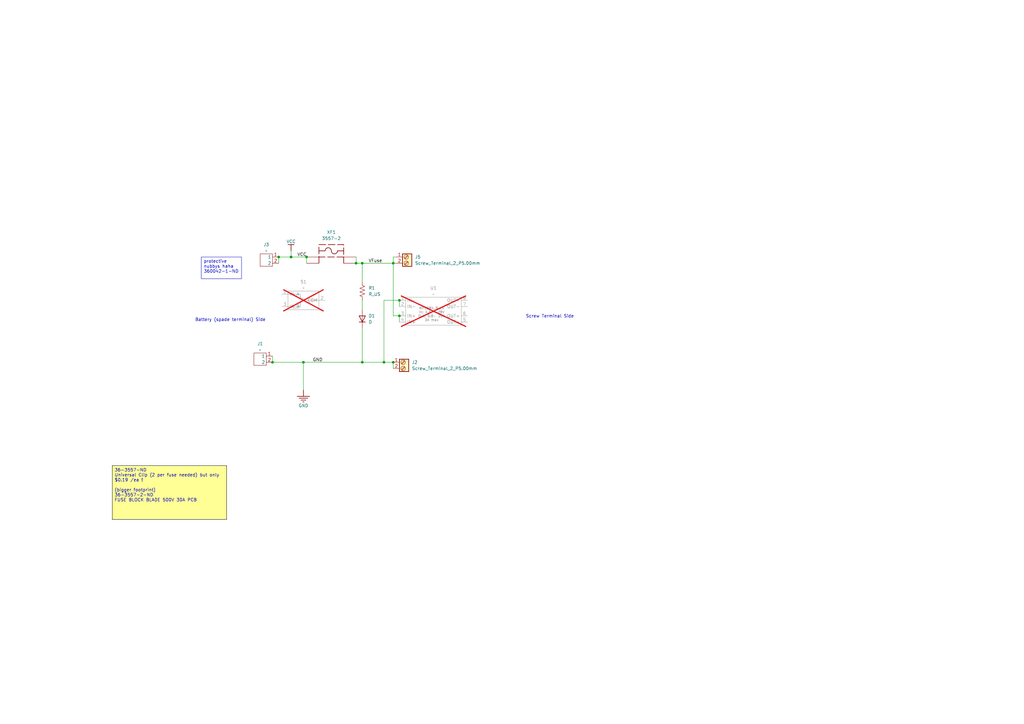
<source format=kicad_sch>
(kicad_sch
	(version 20231120)
	(generator "eeschema")
	(generator_version "8.0")
	(uuid "a34e5041-e103-4037-9cb0-cd20f494b8f3")
	(paper "A3")
	(lib_symbols
		(symbol "Device:D"
			(pin_numbers hide)
			(pin_names
				(offset 1.016) hide)
			(exclude_from_sim no)
			(in_bom yes)
			(on_board yes)
			(property "Reference" "D"
				(at 0 2.54 0)
				(effects
					(font
						(size 1.27 1.27)
					)
				)
			)
			(property "Value" "D"
				(at 0 -2.54 0)
				(effects
					(font
						(size 1.27 1.27)
					)
				)
			)
			(property "Footprint" ""
				(at 0 0 0)
				(effects
					(font
						(size 1.27 1.27)
					)
					(hide yes)
				)
			)
			(property "Datasheet" "~"
				(at 0 0 0)
				(effects
					(font
						(size 1.27 1.27)
					)
					(hide yes)
				)
			)
			(property "Description" "Diode"
				(at 0 0 0)
				(effects
					(font
						(size 1.27 1.27)
					)
					(hide yes)
				)
			)
			(property "Sim.Device" "D"
				(at 0 0 0)
				(effects
					(font
						(size 1.27 1.27)
					)
					(hide yes)
				)
			)
			(property "Sim.Pins" "1=K 2=A"
				(at 0 0 0)
				(effects
					(font
						(size 1.27 1.27)
					)
					(hide yes)
				)
			)
			(property "ki_keywords" "diode"
				(at 0 0 0)
				(effects
					(font
						(size 1.27 1.27)
					)
					(hide yes)
				)
			)
			(property "ki_fp_filters" "TO-???* *_Diode_* *SingleDiode* D_*"
				(at 0 0 0)
				(effects
					(font
						(size 1.27 1.27)
					)
					(hide yes)
				)
			)
			(symbol "D_0_1"
				(polyline
					(pts
						(xy -1.27 1.27) (xy -1.27 -1.27)
					)
					(stroke
						(width 0.254)
						(type default)
					)
					(fill
						(type none)
					)
				)
				(polyline
					(pts
						(xy 1.27 0) (xy -1.27 0)
					)
					(stroke
						(width 0)
						(type default)
					)
					(fill
						(type none)
					)
				)
				(polyline
					(pts
						(xy 1.27 1.27) (xy 1.27 -1.27) (xy -1.27 0) (xy 1.27 1.27)
					)
					(stroke
						(width 0.254)
						(type default)
					)
					(fill
						(type none)
					)
				)
			)
			(symbol "D_1_1"
				(pin passive line
					(at -3.81 0 0)
					(length 2.54)
					(name "K"
						(effects
							(font
								(size 1.27 1.27)
							)
						)
					)
					(number "1"
						(effects
							(font
								(size 1.27 1.27)
							)
						)
					)
				)
				(pin passive line
					(at 3.81 0 180)
					(length 2.54)
					(name "A"
						(effects
							(font
								(size 1.27 1.27)
							)
						)
					)
					(number "2"
						(effects
							(font
								(size 1.27 1.27)
							)
						)
					)
				)
			)
		)
		(symbol "Device:R_US"
			(pin_numbers hide)
			(pin_names
				(offset 0)
			)
			(exclude_from_sim no)
			(in_bom yes)
			(on_board yes)
			(property "Reference" "R"
				(at 2.54 0 90)
				(effects
					(font
						(size 1.27 1.27)
					)
				)
			)
			(property "Value" "R_US"
				(at -2.54 0 90)
				(effects
					(font
						(size 1.27 1.27)
					)
				)
			)
			(property "Footprint" ""
				(at 1.016 -0.254 90)
				(effects
					(font
						(size 1.27 1.27)
					)
					(hide yes)
				)
			)
			(property "Datasheet" "~"
				(at 0 0 0)
				(effects
					(font
						(size 1.27 1.27)
					)
					(hide yes)
				)
			)
			(property "Description" "Resistor, US symbol"
				(at 0 0 0)
				(effects
					(font
						(size 1.27 1.27)
					)
					(hide yes)
				)
			)
			(property "ki_keywords" "R res resistor"
				(at 0 0 0)
				(effects
					(font
						(size 1.27 1.27)
					)
					(hide yes)
				)
			)
			(property "ki_fp_filters" "R_*"
				(at 0 0 0)
				(effects
					(font
						(size 1.27 1.27)
					)
					(hide yes)
				)
			)
			(symbol "R_US_0_1"
				(polyline
					(pts
						(xy 0 -2.286) (xy 0 -2.54)
					)
					(stroke
						(width 0)
						(type default)
					)
					(fill
						(type none)
					)
				)
				(polyline
					(pts
						(xy 0 2.286) (xy 0 2.54)
					)
					(stroke
						(width 0)
						(type default)
					)
					(fill
						(type none)
					)
				)
				(polyline
					(pts
						(xy 0 -0.762) (xy 1.016 -1.143) (xy 0 -1.524) (xy -1.016 -1.905) (xy 0 -2.286)
					)
					(stroke
						(width 0)
						(type default)
					)
					(fill
						(type none)
					)
				)
				(polyline
					(pts
						(xy 0 0.762) (xy 1.016 0.381) (xy 0 0) (xy -1.016 -0.381) (xy 0 -0.762)
					)
					(stroke
						(width 0)
						(type default)
					)
					(fill
						(type none)
					)
				)
				(polyline
					(pts
						(xy 0 2.286) (xy 1.016 1.905) (xy 0 1.524) (xy -1.016 1.143) (xy 0 0.762)
					)
					(stroke
						(width 0)
						(type default)
					)
					(fill
						(type none)
					)
				)
			)
			(symbol "R_US_1_1"
				(pin passive line
					(at 0 3.81 270)
					(length 1.27)
					(name "~"
						(effects
							(font
								(size 1.27 1.27)
							)
						)
					)
					(number "1"
						(effects
							(font
								(size 1.27 1.27)
							)
						)
					)
				)
				(pin passive line
					(at 0 -3.81 90)
					(length 1.27)
					(name "~"
						(effects
							(font
								(size 1.27 1.27)
							)
						)
					)
					(number "2"
						(effects
							(font
								(size 1.27 1.27)
							)
						)
					)
				)
			)
		)
		(symbol "M18 PCB clip-altium-import:GND_POWER_GROUND"
			(power)
			(exclude_from_sim no)
			(in_bom yes)
			(on_board yes)
			(property "Reference" "#PWR"
				(at 0 0 0)
				(effects
					(font
						(size 1.27 1.27)
					)
				)
			)
			(property "Value" "GND"
				(at 0 6.35 0)
				(effects
					(font
						(size 1.27 1.27)
					)
				)
			)
			(property "Footprint" ""
				(at 0 0 0)
				(effects
					(font
						(size 1.27 1.27)
					)
					(hide yes)
				)
			)
			(property "Datasheet" ""
				(at 0 0 0)
				(effects
					(font
						(size 1.27 1.27)
					)
					(hide yes)
				)
			)
			(property "Description" "Power symbol creates a global label with name 'GND'"
				(at 0 0 0)
				(effects
					(font
						(size 1.27 1.27)
					)
					(hide yes)
				)
			)
			(property "ki_keywords" "power-flag"
				(at 0 0 0)
				(effects
					(font
						(size 1.27 1.27)
					)
					(hide yes)
				)
			)
			(symbol "GND_POWER_GROUND_0_0"
				(polyline
					(pts
						(xy -2.54 -2.54) (xy 2.54 -2.54)
					)
					(stroke
						(width 0.254)
						(type solid)
					)
					(fill
						(type none)
					)
				)
				(polyline
					(pts
						(xy -1.778 -3.302) (xy 1.778 -3.302)
					)
					(stroke
						(width 0.254)
						(type solid)
					)
					(fill
						(type none)
					)
				)
				(polyline
					(pts
						(xy -1.016 -4.064) (xy 1.016 -4.064)
					)
					(stroke
						(width 0.254)
						(type solid)
					)
					(fill
						(type none)
					)
				)
				(polyline
					(pts
						(xy -0.254 -4.826) (xy 0.254 -4.826)
					)
					(stroke
						(width 0.254)
						(type solid)
					)
					(fill
						(type none)
					)
				)
				(polyline
					(pts
						(xy 0 0) (xy 0 -2.54)
					)
					(stroke
						(width 0.254)
						(type solid)
					)
					(fill
						(type none)
					)
				)
				(pin power_in line
					(at 0 0 0)
					(length 0) hide
					(name "GND"
						(effects
							(font
								(size 1.27 1.27)
							)
						)
					)
					(number ""
						(effects
							(font
								(size 1.27 1.27)
							)
						)
					)
				)
			)
		)
		(symbol "M18 PCB clip-altium-import:VCC_BAR"
			(power)
			(exclude_from_sim no)
			(in_bom yes)
			(on_board yes)
			(property "Reference" "#PWR"
				(at 0 0 0)
				(effects
					(font
						(size 1.27 1.27)
					)
				)
			)
			(property "Value" "VCC"
				(at 0 3.81 0)
				(effects
					(font
						(size 1.27 1.27)
					)
				)
			)
			(property "Footprint" ""
				(at 0 0 0)
				(effects
					(font
						(size 1.27 1.27)
					)
					(hide yes)
				)
			)
			(property "Datasheet" ""
				(at 0 0 0)
				(effects
					(font
						(size 1.27 1.27)
					)
					(hide yes)
				)
			)
			(property "Description" "Power symbol creates a global label with name 'VCC'"
				(at 0 0 0)
				(effects
					(font
						(size 1.27 1.27)
					)
					(hide yes)
				)
			)
			(property "ki_keywords" "power-flag"
				(at 0 0 0)
				(effects
					(font
						(size 1.27 1.27)
					)
					(hide yes)
				)
			)
			(symbol "VCC_BAR_0_0"
				(polyline
					(pts
						(xy -1.27 -2.54) (xy 1.27 -2.54)
					)
					(stroke
						(width 0.254)
						(type solid)
					)
					(fill
						(type none)
					)
				)
				(polyline
					(pts
						(xy 0 0) (xy 0 -2.54)
					)
					(stroke
						(width 0.254)
						(type solid)
					)
					(fill
						(type none)
					)
				)
				(pin power_in line
					(at 0 0 0)
					(length 0) hide
					(name "VCC"
						(effects
							(font
								(size 1.27 1.27)
							)
						)
					)
					(number ""
						(effects
							(font
								(size 1.27 1.27)
							)
						)
					)
				)
			)
		)
		(symbol "PCM_SL_Screw_Terminal:Screw_Terminal_2_P5.00mm"
			(exclude_from_sim no)
			(in_bom yes)
			(on_board yes)
			(property "Reference" "J"
				(at 0 3.81 0)
				(effects
					(font
						(size 1.27 1.27)
					)
				)
			)
			(property "Value" "Screw_Terminal_2_P5.00mm"
				(at 0 -3.81 0)
				(effects
					(font
						(size 1.27 1.27)
					)
				)
			)
			(property "Footprint" "TerminalBlock_Phoenix:TerminalBlock_Phoenix_PT-1,5-2-5.0-H_1x02_P5.00mm_Horizontal"
				(at 1.27 -6.35 0)
				(effects
					(font
						(size 1.27 1.27)
					)
					(hide yes)
				)
			)
			(property "Datasheet" ""
				(at 0 0 0)
				(effects
					(font
						(size 1.27 1.27)
					)
					(hide yes)
				)
			)
			(property "Description" ""
				(at 0 0 0)
				(effects
					(font
						(size 1.27 1.27)
					)
					(hide yes)
				)
			)
			(property "ki_keywords" "Screw Terminal"
				(at 0 0 0)
				(effects
					(font
						(size 1.27 1.27)
					)
					(hide yes)
				)
			)
			(symbol "Screw_Terminal_2_P5.00mm_0_1"
				(rectangle
					(start -1.27 2.54)
					(end 2.54 -2.54)
					(stroke
						(width 0.3)
						(type default)
					)
					(fill
						(type background)
					)
				)
				(polyline
					(pts
						(xy -0.254 -2.032) (xy 1.016 -0.762)
					)
					(stroke
						(width 0)
						(type default)
					)
					(fill
						(type none)
					)
				)
				(polyline
					(pts
						(xy -0.254 0.508) (xy 1.016 1.778)
					)
					(stroke
						(width 0)
						(type default)
					)
					(fill
						(type none)
					)
				)
				(polyline
					(pts
						(xy 0 -1.27) (xy -0.508 -1.778) (xy 0.762 -0.508)
					)
					(stroke
						(width 0)
						(type default)
					)
					(fill
						(type none)
					)
				)
				(polyline
					(pts
						(xy 0 1.27) (xy -0.508 0.762) (xy 0.762 2.032)
					)
					(stroke
						(width 0)
						(type default)
					)
					(fill
						(type none)
					)
				)
				(circle
					(center 0.254 -1.27)
					(radius 0.9158)
					(stroke
						(width 0)
						(type default)
					)
					(fill
						(type none)
					)
				)
				(circle
					(center 0.254 1.27)
					(radius 0.9158)
					(stroke
						(width 0)
						(type default)
					)
					(fill
						(type none)
					)
				)
			)
			(symbol "Screw_Terminal_2_P5.00mm_1_1"
				(pin passive line
					(at -3.81 1.27 0)
					(length 2.54)
					(name ""
						(effects
							(font
								(size 1.27 1.27)
							)
						)
					)
					(number "1"
						(effects
							(font
								(size 1.27 1.27)
							)
						)
					)
				)
				(pin passive line
					(at -3.81 -1.27 0)
					(length 2.54)
					(name ""
						(effects
							(font
								(size 1.27 1.27)
							)
						)
					)
					(number "2"
						(effects
							(font
								(size 1.27 1.27)
							)
						)
					)
				)
			)
		)
		(symbol "Ryan_Custom_Modules:CONN_QC_TAB_0.250_SOLDER"
			(exclude_from_sim no)
			(in_bom yes)
			(on_board yes)
			(property "Reference" "J?"
				(at 0 0 0)
				(effects
					(font
						(size 1.27 1.27)
					)
				)
			)
			(property "Value" ""
				(at 0 0 0)
				(effects
					(font
						(size 1.27 1.27)
					)
				)
			)
			(property "Footprint" ""
				(at 0 0 0)
				(effects
					(font
						(size 1.27 1.27)
					)
					(hide yes)
				)
			)
			(property "Datasheet" ""
				(at 0 0 0)
				(effects
					(font
						(size 1.27 1.27)
					)
					(hide yes)
				)
			)
			(property "Description" ""
				(at 0 0 0)
				(effects
					(font
						(size 1.27 1.27)
					)
					(hide yes)
				)
			)
			(symbol "CONN_QC_TAB_0.250_SOLDER_0_1"
				(rectangle
					(start -2.54 2.54)
					(end 2.54 -2.54)
					(stroke
						(width 0)
						(type default)
					)
					(fill
						(type none)
					)
				)
			)
			(symbol "CONN_QC_TAB_0.250_SOLDER_1_1"
				(pin power_in line
					(at -5.08 1.27 0)
					(length 2.54)
					(name "1"
						(effects
							(font
								(size 1.27 1.27)
							)
						)
					)
					(number "1"
						(effects
							(font
								(size 1.27 1.27)
							)
						)
					)
				)
				(pin power_in line
					(at -5.08 -1.27 0)
					(length 2.54)
					(name "2"
						(effects
							(font
								(size 1.27 1.27)
							)
						)
					)
					(number "2"
						(effects
							(font
								(size 1.27 1.27)
							)
						)
					)
				)
			)
		)
		(symbol "Ryan_Custom_Modules:FUSE_CLIP_BLADE_500V_30A_PCB"
			(exclude_from_sim no)
			(in_bom yes)
			(on_board yes)
			(property "Reference" "XF1"
				(at -0.254 0.254 0)
				(effects
					(font
						(size 1.27 1.27)
					)
					(justify left bottom)
				)
			)
			(property "Value" "3557-2"
				(at -0.254 -10.922 0)
				(effects
					(font
						(size 1.27 1.27)
					)
					(justify left bottom)
				)
			)
			(property "Footprint" "KSTN-3557-2"
				(at 16.764 -11.938 0)
				(effects
					(font
						(size 1.27 1.27)
					)
					(hide yes)
				)
			)
			(property "Datasheet" ""
				(at 0 0 0)
				(effects
					(font
						(size 1.27 1.27)
					)
					(hide yes)
				)
			)
			(property "Description" "FUSE HOLDER, PCB MOUNT, 500VAC, 20A, ROHS"
				(at 2.032 -14.224 0)
				(effects
					(font
						(size 1.27 1.27)
					)
					(hide yes)
				)
			)
			(property "NUMBER OF CIRCUITS" "1"
				(at -5.588 148.082 0)
				(effects
					(font
						(size 1.27 1.27)
					)
					(justify left bottom)
					(hide yes)
				)
			)
			(property "DATASHEET URL" "http://datasheet.octopart.com/3557-2-Keystone-datasheet-15715937.pdf"
				(at -5.588 148.082 0)
				(effects
					(font
						(size 1.27 1.27)
					)
					(justify left bottom)
					(hide yes)
				)
			)
			(property "VOLTAGE" "500V"
				(at -5.588 148.082 0)
				(effects
					(font
						(size 1.27 1.27)
					)
					(justify left bottom)
					(hide yes)
				)
			)
			(property "ORIENTATION" "Vertical"
				(at -5.588 148.082 0)
				(effects
					(font
						(size 1.27 1.27)
					)
					(justify left bottom)
					(hide yes)
				)
			)
			(property "FAMILY" "Fuseholders"
				(at -5.588 148.082 0)
				(effects
					(font
						(size 1.27 1.27)
					)
					(justify left bottom)
					(hide yes)
				)
			)
			(property "DATASHEET VERSION" "Apr-13"
				(at -5.588 148.082 0)
				(effects
					(font
						(size 1.27 1.27)
					)
					(justify left bottom)
					(hide yes)
				)
			)
			(property "CONTACT FINISH" "TinNickel"
				(at -5.588 148.082 0)
				(effects
					(font
						(size 1.27 1.27)
					)
					(justify left bottom)
					(hide yes)
				)
			)
			(property "FUSEHOLDER TYPE" "Block"
				(at -5.588 148.082 0)
				(effects
					(font
						(size 1.27 1.27)
					)
					(justify left bottom)
					(hide yes)
				)
			)
			(property "FUSE TYPE" "Blade"
				(at -5.588 148.082 0)
				(effects
					(font
						(size 1.27 1.27)
					)
					(justify left bottom)
					(hide yes)
				)
			)
			(property "MOUNTING TYPE" "PCB"
				(at -5.588 148.082 0)
				(effects
					(font
						(size 1.27 1.27)
					)
					(justify left bottom)
					(hide yes)
				)
			)
			(property "FUSE SIZE" "0.43\"Lx0.15\"Wx0.64\"H(10.92mmx3.81mmx16.25mm)"
				(at -5.588 148.082 0)
				(effects
					(font
						(size 1.27 1.27)
					)
					(justify left bottom)
					(hide yes)
				)
			)
			(property "SERIES" "-"
				(at -5.588 148.082 0)
				(effects
					(font
						(size 1.27 1.27)
					)
					(justify left bottom)
					(hide yes)
				)
			)
			(property "CATEGORY" "CircuitProtection"
				(at -5.588 148.082 0)
				(effects
					(font
						(size 1.27 1.27)
					)
					(justify left bottom)
					(hide yes)
				)
			)
			(property "TERMINATION STYLE" "PCPin"
				(at -5.588 148.082 0)
				(effects
					(font
						(size 1.27 1.27)
					)
					(justify left bottom)
					(hide yes)
				)
			)
			(property "FOR USE WITH/RELATED PRODUCTS" "ATC,ATO257,MINI897"
				(at -5.588 148.082 0)
				(effects
					(font
						(size 1.27 1.27)
					)
					(justify left bottom)
					(hide yes)
				)
			)
			(property "MANUFACTURER" "Keystone-Electronics"
				(at -5.588 148.082 0)
				(effects
					(font
						(size 1.27 1.27)
					)
					(justify left bottom)
					(hide yes)
				)
			)
			(property "CONTACT MATERIAL" "Brass"
				(at -5.588 148.082 0)
				(effects
					(font
						(size 1.27 1.27)
					)
					(justify left bottom)
					(hide yes)
				)
			)
			(property "CURRENT RATING" "30A"
				(at -5.588 148.082 0)
				(effects
					(font
						(size 1.27 1.27)
					)
					(justify left bottom)
					(hide yes)
				)
			)
			(property "MANUFACTURER URL" "http://www.keyelco.com/"
				(at -5.588 148.082 0)
				(effects
					(font
						(size 1.27 1.27)
					)
					(justify left bottom)
					(hide yes)
				)
			)
			(property "ki_fp_filters" "*KSTN-3557-2*"
				(at 0 0 0)
				(effects
					(font
						(size 1.27 1.27)
					)
					(hide yes)
				)
			)
			(symbol "FUSE_CLIP_BLADE_500V_30A_PCB_1_0"
				(polyline
					(pts
						(xy 0 -5.08) (xy 0 -7.62)
					)
					(stroke
						(width 0.254)
						(type solid)
					)
					(fill
						(type none)
					)
				)
				(polyline
					(pts
						(xy 2.54 -2.54) (xy 0 -2.54)
					)
					(stroke
						(width 0.254)
						(type solid)
					)
					(fill
						(type none)
					)
				)
				(polyline
					(pts
						(xy 7.62 -2.54) (xy 10.16 -2.54)
					)
					(stroke
						(width 0.254)
						(type solid)
					)
					(fill
						(type none)
					)
				)
				(polyline
					(pts
						(xy 10.16 -5.08) (xy 10.16 -7.62)
					)
					(stroke
						(width 0.254)
						(type solid)
					)
					(fill
						(type none)
					)
				)
				(polyline
					(pts
						(xy 0 0) (xy 10.16 0) (xy 10.16 -5.08) (xy 0 -5.08) (xy 0 0)
					)
					(stroke
						(width 0.254)
						(type dash)
					)
					(fill
						(type none)
					)
				)
				(arc
					(start 5.08 -2.54)
					(mid 3.81 -1.27)
					(end 2.54 -2.54)
					(stroke
						(width 0.254)
						(type solid)
					)
					(fill
						(type none)
					)
				)
				(arc
					(start 5.08 -2.54)
					(mid 6.35 -3.81)
					(end 7.62 -2.54)
					(stroke
						(width 0.254)
						(type solid)
					)
					(fill
						(type none)
					)
				)
				(pin power_in line
					(at -5.08 -5.08 0)
					(length 5.08)
					(name "1"
						(effects
							(font
								(size 0 0)
							)
						)
					)
					(number "1"
						(effects
							(font
								(size 0 0)
							)
						)
					)
				)
				(pin power_in line
					(at -5.08 -7.62 0)
					(length 5.08)
					(name "2"
						(effects
							(font
								(size 0 0)
							)
						)
					)
					(number "2"
						(effects
							(font
								(size 0 0)
							)
						)
					)
				)
				(pin power_out line
					(at 15.24 -5.08 180)
					(length 5.08)
					(name "3"
						(effects
							(font
								(size 0 0)
							)
						)
					)
					(number "3"
						(effects
							(font
								(size 0 0)
							)
						)
					)
				)
				(pin power_out line
					(at 15.24 -7.62 180)
					(length 5.08)
					(name "4"
						(effects
							(font
								(size 0 0)
							)
						)
					)
					(number "4"
						(effects
							(font
								(size 0 0)
							)
						)
					)
				)
			)
		)
		(symbol "Ryan_Custom_Modules:MP1584_Buck"
			(exclude_from_sim no)
			(in_bom yes)
			(on_board yes)
			(property "Reference" "U?"
				(at 0 3.302 0)
				(effects
					(font
						(size 1.27 1.27)
					)
				)
			)
			(property "Value" ""
				(at 0 0 0)
				(effects
					(font
						(size 1.27 1.27)
					)
				)
			)
			(property "Footprint" ""
				(at 0 0 0)
				(effects
					(font
						(size 1.27 1.27)
					)
					(hide yes)
				)
			)
			(property "Datasheet" ""
				(at 0 0 0)
				(effects
					(font
						(size 1.27 1.27)
					)
					(hide yes)
				)
			)
			(property "Description" ""
				(at 0 0 0)
				(effects
					(font
						(size 1.27 1.27)
					)
					(hide yes)
				)
			)
			(symbol "MP1584_Buck_0_1"
				(rectangle
					(start -11.43 5.08)
					(end 11.43 -6.35)
					(stroke
						(width 0)
						(type default)
					)
					(fill
						(type none)
					)
				)
			)
			(symbol "MP1584_Buck_1_1"
				(text "MP1584_Buck\nIn: 4.5 - 28V\nOut: 0.8- 20V\n3A max"
					(at -0.762 -1.778 0)
					(effects
						(font
							(size 1 1)
						)
					)
				)
				(pin power_in line
					(at -13.97 3.81 0)
					(length 2.54)
					(name "IN-"
						(effects
							(font
								(size 1.27 1.27)
							)
						)
					)
					(number "1"
						(effects
							(font
								(size 1.27 1.27)
							)
						)
					)
				)
				(pin power_in line
					(at -13.97 1.27 0)
					(length 2.54)
					(name "IN-"
						(effects
							(font
								(size 1.27 1.27)
							)
						)
					)
					(number "2"
						(effects
							(font
								(size 1.27 1.27)
							)
						)
					)
				)
				(pin power_in line
					(at -13.97 -2.54 0)
					(length 2.54)
					(name "IN+"
						(effects
							(font
								(size 1.27 1.27)
							)
						)
					)
					(number "3"
						(effects
							(font
								(size 1.27 1.27)
							)
						)
					)
				)
				(pin power_in line
					(at -13.97 -5.08 0)
					(length 2.54)
					(name "IN+"
						(effects
							(font
								(size 1.27 1.27)
							)
						)
					)
					(number "4"
						(effects
							(font
								(size 1.27 1.27)
							)
						)
					)
				)
				(pin power_out line
					(at 13.97 -5.08 180)
					(length 2.54)
					(name "OUT+"
						(effects
							(font
								(size 1.27 1.27)
							)
						)
					)
					(number "5"
						(effects
							(font
								(size 1.27 1.27)
							)
						)
					)
				)
				(pin power_out line
					(at 13.97 -2.54 180)
					(length 2.54)
					(name "OUT+"
						(effects
							(font
								(size 1.27 1.27)
							)
						)
					)
					(number "6"
						(effects
							(font
								(size 1.27 1.27)
							)
						)
					)
				)
				(pin power_out line
					(at 13.97 1.27 180)
					(length 2.54)
					(name "OUT-"
						(effects
							(font
								(size 1.27 1.27)
							)
						)
					)
					(number "7"
						(effects
							(font
								(size 1.27 1.27)
							)
						)
					)
				)
				(pin power_out line
					(at 13.97 3.81 180)
					(length 2.54)
					(name "OUT-"
						(effects
							(font
								(size 1.27 1.27)
							)
						)
					)
					(number "8"
						(effects
							(font
								(size 1.27 1.27)
							)
						)
					)
				)
			)
		)
		(symbol "Ryan_Custom_Modules:SPDT_ Rocker_Switch"
			(exclude_from_sim no)
			(in_bom yes)
			(on_board yes)
			(property "Reference" "S?"
				(at 4.826 4.826 0)
				(effects
					(font
						(size 1.27 1.27)
					)
				)
			)
			(property "Value" ""
				(at -3.81 1.27 0)
				(effects
					(font
						(size 1.27 1.27)
					)
				)
			)
			(property "Footprint" ""
				(at -3.81 1.27 0)
				(effects
					(font
						(size 1.27 1.27)
					)
					(hide yes)
				)
			)
			(property "Datasheet" ""
				(at -3.81 1.27 0)
				(effects
					(font
						(size 1.27 1.27)
					)
					(hide yes)
				)
			)
			(property "Description" ""
				(at -3.81 1.27 0)
				(effects
					(font
						(size 1.27 1.27)
					)
					(hide yes)
				)
			)
			(symbol "SPDT_ Rocker_Switch_0_1"
				(rectangle
					(start -6.35 3.81)
					(end 6.35 -3.81)
					(stroke
						(width 0)
						(type default)
					)
					(fill
						(type none)
					)
				)
				(circle
					(center -1.27 -1.27)
					(radius 0.1016)
					(stroke
						(width 0)
						(type default)
					)
					(fill
						(type none)
					)
				)
				(circle
					(center -1.27 1.27)
					(radius 0.1016)
					(stroke
						(width 0)
						(type default)
					)
					(fill
						(type none)
					)
				)
				(polyline
					(pts
						(xy -1.27 -1.27) (xy -1.27 -2.54) (xy -6.35 -2.54)
					)
					(stroke
						(width 0)
						(type default)
					)
					(fill
						(type none)
					)
				)
				(polyline
					(pts
						(xy -1.27 1.27) (xy 1.27 0) (xy 6.35 0)
					)
					(stroke
						(width 0)
						(type default)
					)
					(fill
						(type none)
					)
				)
				(polyline
					(pts
						(xy -1.27 1.27) (xy -1.27 1.27) (xy -1.27 2.54) (xy -6.35 2.54)
					)
					(stroke
						(width 0)
						(type default)
					)
					(fill
						(type none)
					)
				)
			)
			(symbol "SPDT_ Rocker_Switch_1_1"
				(pin bidirectional line
					(at -8.89 2.54 0)
					(length 2.54)
					(name "IN_A"
						(effects
							(font
								(size 1.27 1.27)
							)
						)
					)
					(number "1"
						(effects
							(font
								(size 1.27 1.27)
							)
						)
					)
				)
				(pin bidirectional line
					(at 8.89 0 180)
					(length 2.54)
					(name "COM"
						(effects
							(font
								(size 1.27 1.27)
							)
						)
					)
					(number "2"
						(effects
							(font
								(size 1.27 1.27)
							)
						)
					)
				)
				(pin bidirectional line
					(at -8.89 -2.54 0)
					(length 2.54)
					(name "IN_B"
						(effects
							(font
								(size 1.27 1.27)
							)
						)
					)
					(number "3"
						(effects
							(font
								(size 1.27 1.27)
							)
						)
					)
				)
			)
		)
	)
	(junction
		(at 114.3 105.41)
		(diameter 0)
		(color 0 0 0 0)
		(uuid "50a7d771-9904-4406-9fdf-29dc3db384b8")
	)
	(junction
		(at 148.59 148.59)
		(diameter 0)
		(color 0 0 0 0)
		(uuid "5c8bb19f-c1cd-4407-8f32-b1ae34e1f3f8")
	)
	(junction
		(at 124.46 148.59)
		(diameter 0)
		(color 0 0 0 0)
		(uuid "5c9665da-0390-4529-a2c5-23b03b2226a0")
	)
	(junction
		(at 163.83 129.54)
		(diameter 0)
		(color 0 0 0 0)
		(uuid "64d6b6cb-a03b-4721-a66e-96310372901c")
	)
	(junction
		(at 111.76 148.59)
		(diameter 0)
		(color 0 0 0 0)
		(uuid "6b679066-ee6f-4757-9b21-cc50b0f499b6")
	)
	(junction
		(at 148.59 107.95)
		(diameter 0)
		(color 0 0 0 0)
		(uuid "739ff8ac-5f00-43c7-abdf-aa765a2282e4")
	)
	(junction
		(at 163.83 123.19)
		(diameter 0)
		(color 0 0 0 0)
		(uuid "8a7a3748-47ed-4694-93c0-0e9e1c560e1e")
	)
	(junction
		(at 125.73 105.41)
		(diameter 0)
		(color 0 0 0 0)
		(uuid "8e8a7615-d7f5-47f7-8c80-81ff9c0624ac")
	)
	(junction
		(at 157.48 148.59)
		(diameter 0)
		(color 0 0 0 0)
		(uuid "9b076e1e-e221-4b71-9232-42984e88ce80")
	)
	(junction
		(at 161.29 148.59)
		(diameter 0)
		(color 0 0 0 0)
		(uuid "a2d98048-6ab7-4abc-95ec-f3ce2504fca7")
	)
	(junction
		(at 119.38 105.41)
		(diameter 0)
		(color 0 0 0 0)
		(uuid "ab62f701-5beb-4b69-8eab-61e347f77924")
	)
	(junction
		(at 161.29 107.95)
		(diameter 0)
		(color 0 0 0 0)
		(uuid "dc6a61cc-0bdd-40c4-8021-819f25f9bd61")
	)
	(junction
		(at 146.05 107.95)
		(diameter 0)
		(color 0 0 0 0)
		(uuid "e614a16e-3ec3-43c6-9c4e-9a2ba79511a4")
	)
	(wire
		(pts
			(xy 146.05 105.41) (xy 146.05 107.95)
		)
		(stroke
			(width 0)
			(type default)
		)
		(uuid "015956c8-09bf-4784-a070-bf96366994c5")
	)
	(wire
		(pts
			(xy 111.76 146.05) (xy 111.76 148.59)
		)
		(stroke
			(width 0)
			(type default)
		)
		(uuid "06fb4208-6af2-4a2a-af24-31fc821dfb9c")
	)
	(wire
		(pts
			(xy 125.73 105.41) (xy 125.73 107.95)
		)
		(stroke
			(width 0)
			(type default)
		)
		(uuid "0fd8a813-a38f-4727-ada0-9d6e30bc081a")
	)
	(wire
		(pts
			(xy 146.05 107.95) (xy 148.59 107.95)
		)
		(stroke
			(width 0)
			(type default)
		)
		(uuid "17bbc459-9897-4fb7-95ea-a6d475b2e268")
	)
	(wire
		(pts
			(xy 148.59 134.62) (xy 148.59 148.59)
		)
		(stroke
			(width 0)
			(type default)
		)
		(uuid "183c0c9f-80d9-4904-bc95-61f15383f61d")
	)
	(wire
		(pts
			(xy 111.76 148.59) (xy 124.46 148.59)
		)
		(stroke
			(width 0)
			(type default)
		)
		(uuid "1b31cf3d-573e-4dae-a34b-ff9e68e86c38")
	)
	(wire
		(pts
			(xy 163.83 123.19) (xy 157.48 123.19)
		)
		(stroke
			(width 0)
			(type default)
		)
		(uuid "24d670a2-50e1-4c88-a395-32fa9b941422")
	)
	(wire
		(pts
			(xy 119.38 102.87) (xy 119.38 105.41)
		)
		(stroke
			(width 0)
			(type default)
		)
		(uuid "2bde5b30-bacf-456d-ba49-026dd3711e77")
	)
	(wire
		(pts
			(xy 157.48 123.19) (xy 157.48 148.59)
		)
		(stroke
			(width 0)
			(type default)
		)
		(uuid "41da97ca-5cc6-4eff-82b7-1a4430307a87")
	)
	(wire
		(pts
			(xy 161.29 148.59) (xy 161.29 151.13)
		)
		(stroke
			(width 0)
			(type default)
		)
		(uuid "4321f665-6db8-427e-88b8-7578d3f8612e")
	)
	(wire
		(pts
			(xy 148.59 115.57) (xy 148.59 107.95)
		)
		(stroke
			(width 0)
			(type default)
		)
		(uuid "44f9b492-f154-4ae7-8f47-43e44eacfe73")
	)
	(wire
		(pts
			(xy 114.3 105.41) (xy 114.3 107.95)
		)
		(stroke
			(width 0)
			(type default)
		)
		(uuid "6c9ce157-01fa-45a1-bbbc-2a7f34aeb1f9")
	)
	(wire
		(pts
			(xy 148.59 123.19) (xy 148.59 127)
		)
		(stroke
			(width 0)
			(type default)
		)
		(uuid "703ca895-f277-4667-9cd1-850c4461216e")
	)
	(wire
		(pts
			(xy 161.29 105.41) (xy 161.29 107.95)
		)
		(stroke
			(width 0)
			(type default)
		)
		(uuid "77a0c6ef-0b3c-45b0-a85c-a4f2f2b521fa")
	)
	(wire
		(pts
			(xy 119.38 105.41) (xy 114.3 105.41)
		)
		(stroke
			(width 0)
			(type default)
		)
		(uuid "79cdbc5d-21b8-4e20-b966-8d541ba5f79e")
	)
	(wire
		(pts
			(xy 148.59 107.95) (xy 161.29 107.95)
		)
		(stroke
			(width 0)
			(type default)
		)
		(uuid "8d8d4961-3997-4a37-bade-5d157e69791d")
	)
	(wire
		(pts
			(xy 124.46 148.59) (xy 124.46 160.02)
		)
		(stroke
			(width 0)
			(type default)
		)
		(uuid "901fe425-29e6-4458-bac3-6a36f7b963f5")
	)
	(wire
		(pts
			(xy 162.56 107.95) (xy 161.29 107.95)
		)
		(stroke
			(width 0)
			(type default)
		)
		(uuid "96e7c44f-82f1-4ff4-9f68-1a4aa1ba70c6")
	)
	(wire
		(pts
			(xy 124.46 148.59) (xy 148.59 148.59)
		)
		(stroke
			(width 0)
			(type default)
		)
		(uuid "b2f15054-125a-416f-aeaf-1e66a2cbae71")
	)
	(wire
		(pts
			(xy 157.48 148.59) (xy 161.29 148.59)
		)
		(stroke
			(width 0)
			(type default)
		)
		(uuid "b593be00-4c07-4773-b565-b70a43302350")
	)
	(wire
		(pts
			(xy 163.83 123.19) (xy 163.83 125.73)
		)
		(stroke
			(width 0)
			(type default)
		)
		(uuid "c20da0f2-e891-4749-8b35-53ab90210667")
	)
	(wire
		(pts
			(xy 161.29 107.95) (xy 161.29 129.54)
		)
		(stroke
			(width 0)
			(type default)
		)
		(uuid "cbe63408-45e0-462a-8617-4f216e568ac9")
	)
	(wire
		(pts
			(xy 161.29 129.54) (xy 163.83 129.54)
		)
		(stroke
			(width 0)
			(type default)
		)
		(uuid "dbd57fd6-095f-4a03-85b5-2424d4587da4")
	)
	(wire
		(pts
			(xy 163.83 129.54) (xy 163.83 132.08)
		)
		(stroke
			(width 0)
			(type default)
		)
		(uuid "eddcf528-b896-4db7-8bad-1996d845b3f2")
	)
	(wire
		(pts
			(xy 148.59 148.59) (xy 157.48 148.59)
		)
		(stroke
			(width 0)
			(type default)
		)
		(uuid "f390712d-e0a4-4216-974c-d985cf61f6e2")
	)
	(wire
		(pts
			(xy 161.29 105.41) (xy 162.56 105.41)
		)
		(stroke
			(width 0)
			(type default)
		)
		(uuid "f4ee6fe3-e290-4e0c-b104-d5f9683c0db7")
	)
	(wire
		(pts
			(xy 125.73 105.41) (xy 119.38 105.41)
		)
		(stroke
			(width 0)
			(type default)
		)
		(uuid "f7f83bde-8a47-4e78-a360-143f9af59f3e")
	)
	(text_box "protective nubbys haha\n360042-1-ND"
		(exclude_from_sim no)
		(at 82.55 105.41 0)
		(size 16.51 8.89)
		(stroke
			(width 0)
			(type default)
		)
		(fill
			(type none)
		)
		(effects
			(font
				(size 1.27 1.27)
			)
			(justify left top)
		)
		(uuid "4b53422c-12da-4303-99c5-d5b3a88a607c")
	)
	(text_box "36-3557-ND\nUniversal Clip (2 per fuse needed) but only $0.19 /ea !\n\n(bigger footprint)\n36-3557-2-ND\nFUSE BLOCK BLADE 500V 30A PCB"
		(exclude_from_sim no)
		(at 93 191.0022 0)
		(size -47 22)
		(stroke
			(width 0)
			(type default)
			(color 0 0 0 1)
		)
		(fill
			(type color)
			(color 255 255 150 1)
		)
		(effects
			(font
				(size 1.27 1.27)
			)
			(justify left top)
		)
		(uuid "7aee5819-c9f7-4149-9440-a3fc203f842e")
	)
	(text "Screw Terminal Side"
		(exclude_from_sim no)
		(at 215.646 130.556 0)
		(effects
			(font
				(size 1.27 1.27)
			)
			(justify left bottom)
		)
		(uuid "f2efc8e0-cee2-428c-a18e-f721b353dd18")
	)
	(text "Battery (spade terminal) Side"
		(exclude_from_sim no)
		(at 80 132.0022 0)
		(effects
			(font
				(size 1.27 1.27)
			)
			(justify left bottom)
		)
		(uuid "f67e827c-b3fe-46fa-b13e-36b4ccadba29")
	)
	(label "VFuse"
		(at 151.13 107.95 0)
		(effects
			(font
				(size 1.27 1.27)
			)
			(justify left bottom)
		)
		(uuid "51ec276e-445b-48af-b8cd-48d4e0575c17")
	)
	(label "GND"
		(at 128.27 148.59 0)
		(effects
			(font
				(size 1.27 1.27)
			)
			(justify left bottom)
		)
		(uuid "e9d4b8e6-d063-4c70-a1a4-d7e2f19957ce")
	)
	(label "VCC"
		(at 121.92 105.41 0)
		(effects
			(font
				(size 1.27 1.27)
			)
			(justify left bottom)
		)
		(uuid "eba57c73-9b93-467b-bd29-07c49822a5ad")
	)
	(symbol
		(lib_id "Ryan_Custom_Modules:CONN_QC_TAB_0.250_SOLDER")
		(at 106.68 147.32 0)
		(mirror y)
		(unit 1)
		(exclude_from_sim no)
		(in_bom yes)
		(on_board yes)
		(dnp no)
		(fields_autoplaced yes)
		(uuid "00597efc-694c-4e59-8df0-b609c2c967d0")
		(property "Reference" "J1"
			(at 106.68 140.97 0)
			(effects
				(font
					(size 1.27 1.27)
				)
			)
		)
		(property "Value" "~"
			(at 106.68 143.51 0)
			(effects
				(font
					(size 1.27 1.27)
				)
			)
		)
		(property "Footprint" "Ryan_Custom_Modules:CONN QC TAB 0.250 SOLDER"
			(at 106.68 147.32 0)
			(effects
				(font
					(size 1.27 1.27)
				)
				(hide yes)
			)
		)
		(property "Datasheet" ""
			(at 106.68 147.32 0)
			(effects
				(font
					(size 1.27 1.27)
				)
				(hide yes)
			)
		)
		(property "Description" ""
			(at 106.68 147.32 0)
			(effects
				(font
					(size 1.27 1.27)
				)
				(hide yes)
			)
		)
		(pin "2"
			(uuid "9855c577-0d96-4bca-a3c1-398207afc585")
		)
		(pin "1"
			(uuid "0563f43a-977d-4bd7-ac4f-ce69e9257577")
		)
		(instances
			(project "M18 PCB clip"
				(path "/a34e5041-e103-4037-9cb0-cd20f494b8f3"
					(reference "J1")
					(unit 1)
				)
			)
		)
	)
	(symbol
		(lib_id "PCM_SL_Screw_Terminal:Screw_Terminal_2_P5.00mm")
		(at 165.1 149.86 0)
		(unit 1)
		(exclude_from_sim no)
		(in_bom yes)
		(on_board yes)
		(dnp no)
		(fields_autoplaced yes)
		(uuid "3282aa19-b9e5-4d66-9c36-48d6f99556c7")
		(property "Reference" "J2"
			(at 168.91 148.5899 0)
			(effects
				(font
					(size 1.27 1.27)
				)
				(justify left)
			)
		)
		(property "Value" "Screw_Terminal_2_P5.00mm"
			(at 168.91 151.1299 0)
			(effects
				(font
					(size 1.27 1.27)
				)
				(justify left)
			)
		)
		(property "Footprint" "TerminalBlock_Phoenix:TerminalBlock_Phoenix_PT-1,5-2-5.0-H_1x02_P5.00mm_Horizontal"
			(at 166.37 156.21 0)
			(effects
				(font
					(size 1.27 1.27)
				)
				(hide yes)
			)
		)
		(property "Datasheet" ""
			(at 165.1 149.86 0)
			(effects
				(font
					(size 1.27 1.27)
				)
				(hide yes)
			)
		)
		(property "Description" ""
			(at 165.1 149.86 0)
			(effects
				(font
					(size 1.27 1.27)
				)
				(hide yes)
			)
		)
		(pin "2"
			(uuid "2eb90fc4-2f2a-4c50-a32d-88d2d1c74125")
		)
		(pin "1"
			(uuid "792ae382-6d5b-4020-9ff2-fd774dcfa008")
		)
		(instances
			(project "M18 PCB clip"
				(path "/a34e5041-e103-4037-9cb0-cd20f494b8f3"
					(reference "J2")
					(unit 1)
				)
			)
		)
	)
	(symbol
		(lib_id "Ryan_Custom_Modules:MP1584_Buck")
		(at 177.8 127 0)
		(unit 1)
		(exclude_from_sim no)
		(in_bom no)
		(on_board no)
		(dnp yes)
		(fields_autoplaced yes)
		(uuid "3dc130ac-c5fb-4b56-8a4e-79046464d2a8")
		(property "Reference" "U1"
			(at 177.8 118.11 0)
			(effects
				(font
					(size 1.27 1.27)
				)
			)
		)
		(property "Value" "~"
			(at 177.8 120.65 0)
			(effects
				(font
					(size 1.27 1.27)
				)
			)
		)
		(property "Footprint" "Ryan_Custom_Modules:MP1584"
			(at 177.8 127 0)
			(effects
				(font
					(size 1.27 1.27)
				)
				(hide yes)
			)
		)
		(property "Datasheet" ""
			(at 177.8 127 0)
			(effects
				(font
					(size 1.27 1.27)
				)
				(hide yes)
			)
		)
		(property "Description" ""
			(at 177.8 127 0)
			(effects
				(font
					(size 1.27 1.27)
				)
				(hide yes)
			)
		)
		(pin "1"
			(uuid "21d6c114-28e8-4d81-be0f-6f79dd94091a")
		)
		(pin "5"
			(uuid "6032851f-03ac-4fa9-b85d-be6d68f17d1c")
		)
		(pin "2"
			(uuid "51881883-a336-4cac-9486-4be17d22398d")
		)
		(pin "4"
			(uuid "74cb5628-001d-42f2-b766-5d5284900490")
		)
		(pin "3"
			(uuid "59951206-6730-4b08-897a-f9b7a13a6540")
		)
		(pin "8"
			(uuid "0a1bad7a-a495-44c3-89af-90ec98670f0b")
		)
		(pin "7"
			(uuid "6bb92e62-e562-46af-9d69-de82e90cda7f")
		)
		(pin "6"
			(uuid "e6f7ca17-b6da-4ecc-87db-f25915889c6d")
		)
		(instances
			(project ""
				(path "/a34e5041-e103-4037-9cb0-cd20f494b8f3"
					(reference "U1")
					(unit 1)
				)
			)
		)
	)
	(symbol
		(lib_id "Device:D")
		(at 148.59 130.81 90)
		(unit 1)
		(exclude_from_sim no)
		(in_bom yes)
		(on_board yes)
		(dnp no)
		(fields_autoplaced yes)
		(uuid "5910ff76-7dfa-4a21-b5c5-00d4ecbaefd4")
		(property "Reference" "D1"
			(at 151.13 129.5399 90)
			(effects
				(font
					(size 1.27 1.27)
				)
				(justify right)
			)
		)
		(property "Value" "D"
			(at 151.13 132.0799 90)
			(effects
				(font
					(size 1.27 1.27)
				)
				(justify right)
			)
		)
		(property "Footprint" "Diode_SMD:D_1206_3216Metric"
			(at 148.59 130.81 0)
			(effects
				(font
					(size 1.27 1.27)
				)
				(hide yes)
			)
		)
		(property "Datasheet" "~"
			(at 148.59 130.81 0)
			(effects
				(font
					(size 1.27 1.27)
				)
				(hide yes)
			)
		)
		(property "Description" "Diode"
			(at 148.59 130.81 0)
			(effects
				(font
					(size 1.27 1.27)
				)
				(hide yes)
			)
		)
		(property "Sim.Device" "D"
			(at 148.59 130.81 0)
			(effects
				(font
					(size 1.27 1.27)
				)
				(hide yes)
			)
		)
		(property "Sim.Pins" "1=K 2=A"
			(at 148.59 130.81 0)
			(effects
				(font
					(size 1.27 1.27)
				)
				(hide yes)
			)
		)
		(pin "1"
			(uuid "2db92755-8360-4db0-ad87-12983cbc9ad7")
		)
		(pin "2"
			(uuid "0726a662-05b1-46c5-928b-5b544eac98c2")
		)
		(instances
			(project ""
				(path "/a34e5041-e103-4037-9cb0-cd20f494b8f3"
					(reference "D1")
					(unit 1)
				)
			)
		)
	)
	(symbol
		(lib_id "Ryan_Custom_Modules:CONN_QC_TAB_0.250_SOLDER")
		(at 109.22 106.68 0)
		(mirror y)
		(unit 1)
		(exclude_from_sim no)
		(in_bom yes)
		(on_board yes)
		(dnp no)
		(fields_autoplaced yes)
		(uuid "6161f85e-1379-450f-9c64-c26297490696")
		(property "Reference" "J3"
			(at 109.22 100.33 0)
			(effects
				(font
					(size 1.27 1.27)
				)
			)
		)
		(property "Value" "~"
			(at 109.22 102.87 0)
			(effects
				(font
					(size 1.27 1.27)
				)
			)
		)
		(property "Footprint" "Ryan_Custom_Modules:CONN QC TAB 0.250 SOLDER"
			(at 109.22 106.68 0)
			(effects
				(font
					(size 1.27 1.27)
				)
				(hide yes)
			)
		)
		(property "Datasheet" ""
			(at 109.22 106.68 0)
			(effects
				(font
					(size 1.27 1.27)
				)
				(hide yes)
			)
		)
		(property "Description" ""
			(at 109.22 106.68 0)
			(effects
				(font
					(size 1.27 1.27)
				)
				(hide yes)
			)
		)
		(pin "2"
			(uuid "04da51c5-1b36-4a2f-b709-d08daba432a2")
		)
		(pin "1"
			(uuid "ddc978f3-a7cc-475c-8254-de7b9aa6057a")
		)
		(instances
			(project "M18 PCB clip"
				(path "/a34e5041-e103-4037-9cb0-cd20f494b8f3"
					(reference "J3")
					(unit 1)
				)
			)
		)
	)
	(symbol
		(lib_id "Ryan_Custom_Modules:SPDT_ Rocker_Switch")
		(at 124.46 123.19 0)
		(unit 1)
		(exclude_from_sim no)
		(in_bom no)
		(on_board no)
		(dnp yes)
		(fields_autoplaced yes)
		(uuid "6b9e14c1-e8f1-4cc7-9260-3128b35f9620")
		(property "Reference" "S1"
			(at 124.46 115.57 0)
			(effects
				(font
					(size 1.27 1.27)
				)
			)
		)
		(property "Value" "~"
			(at 124.46 118.11 0)
			(effects
				(font
					(size 1.27 1.27)
				)
			)
		)
		(property "Footprint" "Ryan_Custom_Modules:SPDT_ Rocker_Switch"
			(at 120.65 121.92 0)
			(effects
				(font
					(size 1.27 1.27)
				)
				(hide yes)
			)
		)
		(property "Datasheet" ""
			(at 120.65 121.92 0)
			(effects
				(font
					(size 1.27 1.27)
				)
				(hide yes)
			)
		)
		(property "Description" ""
			(at 120.65 121.92 0)
			(effects
				(font
					(size 1.27 1.27)
				)
				(hide yes)
			)
		)
		(pin "2"
			(uuid "fe8f19ab-4196-4a9f-90b3-5f7d2bccd241")
		)
		(pin "1"
			(uuid "c7188a36-0b96-4f73-baf2-e8d27c4d0bbc")
		)
		(pin "3"
			(uuid "725b0cd2-9875-46c0-a30d-dc412c17d698")
		)
		(instances
			(project ""
				(path "/a34e5041-e103-4037-9cb0-cd20f494b8f3"
					(reference "S1")
					(unit 1)
				)
			)
		)
	)
	(symbol
		(lib_id "Device:R_US")
		(at 148.59 119.38 0)
		(unit 1)
		(exclude_from_sim no)
		(in_bom yes)
		(on_board yes)
		(dnp no)
		(fields_autoplaced yes)
		(uuid "850d3bf0-f243-4a5b-aae4-e7061890709d")
		(property "Reference" "R1"
			(at 151.13 118.1099 0)
			(effects
				(font
					(size 1.27 1.27)
				)
				(justify left)
			)
		)
		(property "Value" "R_US"
			(at 151.13 120.6499 0)
			(effects
				(font
					(size 1.27 1.27)
				)
				(justify left)
			)
		)
		(property "Footprint" "Resistor_SMD:R_1206_3216Metric"
			(at 149.606 119.634 90)
			(effects
				(font
					(size 1.27 1.27)
				)
				(hide yes)
			)
		)
		(property "Datasheet" "~"
			(at 148.59 119.38 0)
			(effects
				(font
					(size 1.27 1.27)
				)
				(hide yes)
			)
		)
		(property "Description" "Resistor, US symbol"
			(at 148.59 119.38 0)
			(effects
				(font
					(size 1.27 1.27)
				)
				(hide yes)
			)
		)
		(pin "2"
			(uuid "cd2c3308-360c-4b81-9f49-f11a0b0e83e9")
		)
		(pin "1"
			(uuid "f496495e-a5bd-45aa-ab3c-b5d195707da9")
		)
		(instances
			(project ""
				(path "/a34e5041-e103-4037-9cb0-cd20f494b8f3"
					(reference "R1")
					(unit 1)
				)
			)
		)
	)
	(symbol
		(lib_id "Ryan_Custom_Modules:FUSE_CLIP_BLADE_500V_30A_PCB")
		(at 130.81 100.33 0)
		(unit 1)
		(exclude_from_sim no)
		(in_bom yes)
		(on_board yes)
		(dnp no)
		(fields_autoplaced yes)
		(uuid "b8d0608b-5e30-40ab-9fa5-a6fe3e466132")
		(property "Reference" "XF1"
			(at 135.89 95.25 0)
			(effects
				(font
					(size 1.27 1.27)
				)
			)
		)
		(property "Value" "3557-2"
			(at 135.89 97.79 0)
			(effects
				(font
					(size 1.27 1.27)
				)
			)
		)
		(property "Footprint" "Ryan_Custom_Modules:FUSE CLIP BLADE 500V 30A PCB"
			(at 147.574 112.268 0)
			(effects
				(font
					(size 1.27 1.27)
				)
				(hide yes)
			)
		)
		(property "Datasheet" ""
			(at 130.81 100.33 0)
			(effects
				(font
					(size 1.27 1.27)
				)
				(hide yes)
			)
		)
		(property "Description" "FUSE HOLDER, PCB MOUNT, 500VAC, 20A, ROHS"
			(at 132.842 114.554 0)
			(effects
				(font
					(size 1.27 1.27)
				)
				(hide yes)
			)
		)
		(property "NUMBER OF CIRCUITS" "1"
			(at 125.222 -47.752 0)
			(effects
				(font
					(size 1.27 1.27)
				)
				(justify left bottom)
				(hide yes)
			)
		)
		(property "DATASHEET URL" "http://datasheet.octopart.com/3557-2-Keystone-datasheet-15715937.pdf"
			(at 125.222 -47.752 0)
			(effects
				(font
					(size 1.27 1.27)
				)
				(justify left bottom)
				(hide yes)
			)
		)
		(property "VOLTAGE" "500V"
			(at 125.222 -47.752 0)
			(effects
				(font
					(size 1.27 1.27)
				)
				(justify left bottom)
				(hide yes)
			)
		)
		(property "ORIENTATION" "Vertical"
			(at 125.222 -47.752 0)
			(effects
				(font
					(size 1.27 1.27)
				)
				(justify left bottom)
				(hide yes)
			)
		)
		(property "FAMILY" "Fuseholders"
			(at 125.222 -47.752 0)
			(effects
				(font
					(size 1.27 1.27)
				)
				(justify left bottom)
				(hide yes)
			)
		)
		(property "DATASHEET VERSION" "Apr-13"
			(at 125.222 -47.752 0)
			(effects
				(font
					(size 1.27 1.27)
				)
				(justify left bottom)
				(hide yes)
			)
		)
		(property "CONTACT FINISH" "TinNickel"
			(at 125.222 -47.752 0)
			(effects
				(font
					(size 1.27 1.27)
				)
				(justify left bottom)
				(hide yes)
			)
		)
		(property "FUSEHOLDER TYPE" "Block"
			(at 125.222 -47.752 0)
			(effects
				(font
					(size 1.27 1.27)
				)
				(justify left bottom)
				(hide yes)
			)
		)
		(property "FUSE TYPE" "Blade"
			(at 125.222 -47.752 0)
			(effects
				(font
					(size 1.27 1.27)
				)
				(justify left bottom)
				(hide yes)
			)
		)
		(property "MOUNTING TYPE" "PCB"
			(at 125.222 -47.752 0)
			(effects
				(font
					(size 1.27 1.27)
				)
				(justify left bottom)
				(hide yes)
			)
		)
		(property "FUSE SIZE" "0.43\"Lx0.15\"Wx0.64\"H(10.92mmx3.81mmx16.25mm)"
			(at 125.222 -47.752 0)
			(effects
				(font
					(size 1.27 1.27)
				)
				(justify left bottom)
				(hide yes)
			)
		)
		(property "SERIES" "-"
			(at 125.222 -47.752 0)
			(effects
				(font
					(size 1.27 1.27)
				)
				(justify left bottom)
				(hide yes)
			)
		)
		(property "CATEGORY" "CircuitProtection"
			(at 125.222 -47.752 0)
			(effects
				(font
					(size 1.27 1.27)
				)
				(justify left bottom)
				(hide yes)
			)
		)
		(property "TERMINATION STYLE" "PCPin"
			(at 125.222 -47.752 0)
			(effects
				(font
					(size 1.27 1.27)
				)
				(justify left bottom)
				(hide yes)
			)
		)
		(property "FOR USE WITH/RELATED PRODUCTS" "ATC,ATO257,MINI897"
			(at 125.222 -47.752 0)
			(effects
				(font
					(size 1.27 1.27)
				)
				(justify left bottom)
				(hide yes)
			)
		)
		(property "MANUFACTURER" "Keystone-Electronics"
			(at 125.222 -47.752 0)
			(effects
				(font
					(size 1.27 1.27)
				)
				(justify left bottom)
				(hide yes)
			)
		)
		(property "CONTACT MATERIAL" "Brass"
			(at 125.222 -47.752 0)
			(effects
				(font
					(size 1.27 1.27)
				)
				(justify left bottom)
				(hide yes)
			)
		)
		(property "CURRENT RATING" "30A"
			(at 125.222 -47.752 0)
			(effects
				(font
					(size 1.27 1.27)
				)
				(justify left bottom)
				(hide yes)
			)
		)
		(property "MANUFACTURER URL" "http://www.keyelco.com/"
			(at 125.222 -47.752 0)
			(effects
				(font
					(size 1.27 1.27)
				)
				(justify left bottom)
				(hide yes)
			)
		)
		(pin "3"
			(uuid "9cf1b264-d6a2-460a-ab38-c7bb88b5167d")
		)
		(pin "1"
			(uuid "cf2625d4-b5eb-495e-ae98-6f2bd54beedc")
		)
		(pin "4"
			(uuid "09bd7319-0ec3-40e4-b2a5-094779c43f78")
		)
		(pin "2"
			(uuid "3ea1f5d6-db1b-4b1d-af29-ead566a3ae08")
		)
		(instances
			(project ""
				(path "/a34e5041-e103-4037-9cb0-cd20f494b8f3"
					(reference "XF1")
					(unit 1)
				)
			)
		)
	)
	(symbol
		(lib_id "M18 PCB clip-altium-import:VCC_BAR")
		(at 119.38 102.87 180)
		(unit 1)
		(exclude_from_sim no)
		(in_bom yes)
		(on_board yes)
		(dnp no)
		(uuid "c6ccbf64-12b9-4555-bfc3-40cea1c403fc")
		(property "Reference" "#PWR0101"
			(at 119.38 102.87 0)
			(effects
				(font
					(size 1.27 1.27)
				)
				(hide yes)
			)
		)
		(property "Value" "VCC"
			(at 119.38 99.06 0)
			(effects
				(font
					(size 1.27 1.27)
				)
			)
		)
		(property "Footprint" ""
			(at 119.38 102.87 0)
			(effects
				(font
					(size 1.27 1.27)
				)
				(hide yes)
			)
		)
		(property "Datasheet" ""
			(at 119.38 102.87 0)
			(effects
				(font
					(size 1.27 1.27)
				)
				(hide yes)
			)
		)
		(property "Description" ""
			(at 119.38 102.87 0)
			(effects
				(font
					(size 1.27 1.27)
				)
				(hide yes)
			)
		)
		(pin ""
			(uuid "85f1c6a7-4461-44f1-aa9c-9c2e0ed0e026")
		)
		(instances
			(project ""
				(path "/a34e5041-e103-4037-9cb0-cd20f494b8f3"
					(reference "#PWR0101")
					(unit 1)
				)
			)
		)
	)
	(symbol
		(lib_id "M18 PCB clip-altium-import:GND_POWER_GROUND")
		(at 124.46 160.02 0)
		(unit 1)
		(exclude_from_sim no)
		(in_bom yes)
		(on_board yes)
		(dnp no)
		(uuid "cba9bf13-187f-4cfa-8e28-4c4b3f124c54")
		(property "Reference" "#PWR0102"
			(at 124.46 160.02 0)
			(effects
				(font
					(size 1.27 1.27)
				)
				(hide yes)
			)
		)
		(property "Value" "GND"
			(at 124.46 166.37 0)
			(effects
				(font
					(size 1.27 1.27)
				)
			)
		)
		(property "Footprint" ""
			(at 124.46 160.02 0)
			(effects
				(font
					(size 1.27 1.27)
				)
				(hide yes)
			)
		)
		(property "Datasheet" ""
			(at 124.46 160.02 0)
			(effects
				(font
					(size 1.27 1.27)
				)
				(hide yes)
			)
		)
		(property "Description" ""
			(at 124.46 160.02 0)
			(effects
				(font
					(size 1.27 1.27)
				)
				(hide yes)
			)
		)
		(pin ""
			(uuid "3789a634-c7de-4d8c-aad3-0ceb01419b76")
		)
		(instances
			(project ""
				(path "/a34e5041-e103-4037-9cb0-cd20f494b8f3"
					(reference "#PWR0102")
					(unit 1)
				)
			)
		)
	)
	(symbol
		(lib_id "PCM_SL_Screw_Terminal:Screw_Terminal_2_P5.00mm")
		(at 166.37 106.68 0)
		(unit 1)
		(exclude_from_sim no)
		(in_bom yes)
		(on_board yes)
		(dnp no)
		(fields_autoplaced yes)
		(uuid "e9ef07a2-f20d-4bf7-9f12-021be651701c")
		(property "Reference" "J5"
			(at 170.18 105.4099 0)
			(effects
				(font
					(size 1.27 1.27)
				)
				(justify left)
			)
		)
		(property "Value" "Screw_Terminal_2_P5.00mm"
			(at 170.18 107.9499 0)
			(effects
				(font
					(size 1.27 1.27)
				)
				(justify left)
			)
		)
		(property "Footprint" "TerminalBlock_Phoenix:TerminalBlock_Phoenix_PT-1,5-2-5.0-H_1x02_P5.00mm_Horizontal"
			(at 167.64 113.03 0)
			(effects
				(font
					(size 1.27 1.27)
				)
				(hide yes)
			)
		)
		(property "Datasheet" ""
			(at 166.37 106.68 0)
			(effects
				(font
					(size 1.27 1.27)
				)
				(hide yes)
			)
		)
		(property "Description" ""
			(at 166.37 106.68 0)
			(effects
				(font
					(size 1.27 1.27)
				)
				(hide yes)
			)
		)
		(pin "2"
			(uuid "170e2ff7-37a1-4d80-998e-ee33ac0b906e")
		)
		(pin "1"
			(uuid "278e84f1-adc2-42b5-ac5f-39c2db0b2c99")
		)
		(instances
			(project ""
				(path "/a34e5041-e103-4037-9cb0-cd20f494b8f3"
					(reference "J5")
					(unit 1)
				)
			)
		)
	)
	(sheet_instances
		(path "/"
			(page "1")
		)
	)
)

</source>
